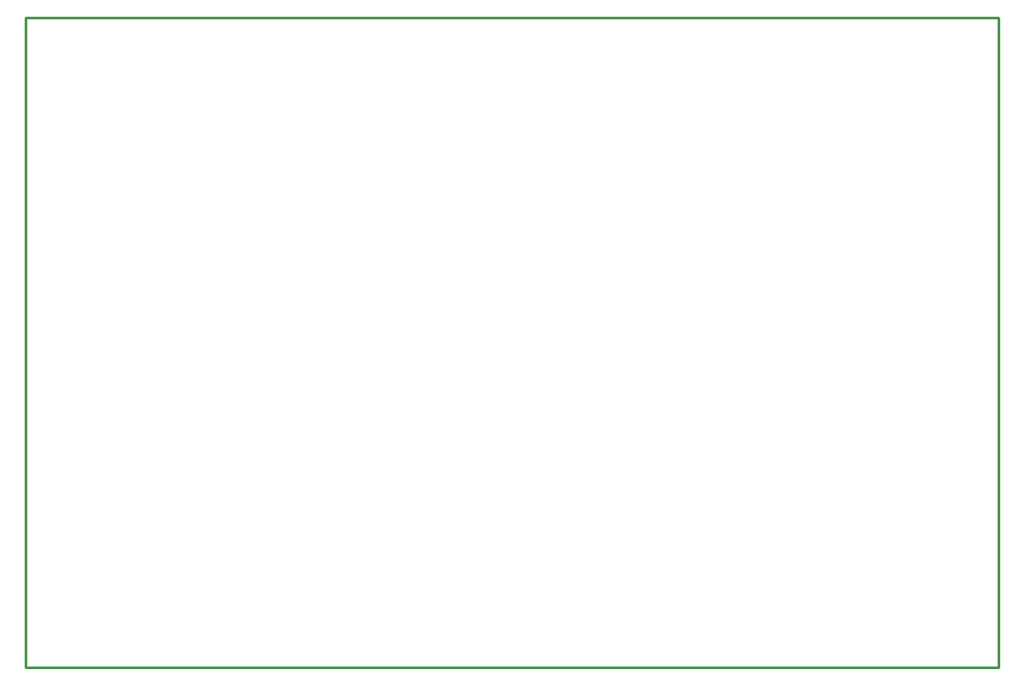
<source format=gko>
G04*
G04 #@! TF.GenerationSoftware,Altium Limited,Altium Designer,20.0.13 (296)*
G04*
G04 Layer_Color=16711935*
%FSLAX25Y25*%
%MOIN*%
G70*
G01*
G75*
%ADD18C,0.01000*%
D18*
X100394Y100394D02*
Y346457D01*
Y100394D02*
X468504D01*
Y346457D01*
X100394D02*
X468504D01*
M02*

</source>
